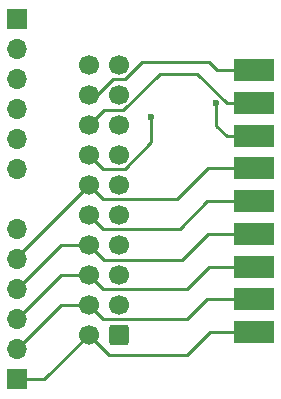
<source format=gbr>
%TF.GenerationSoftware,KiCad,Pcbnew,8.0.5*%
%TF.CreationDate,2024-12-10T05:35:49-08:00*%
%TF.ProjectId,SmartPortAdapter,536d6172-7450-46f7-9274-416461707465,1*%
%TF.SameCoordinates,Original*%
%TF.FileFunction,Copper,L2,Bot*%
%TF.FilePolarity,Positive*%
%FSLAX46Y46*%
G04 Gerber Fmt 4.6, Leading zero omitted, Abs format (unit mm)*
G04 Created by KiCad (PCBNEW 8.0.5) date 2024-12-10 05:35:49*
%MOMM*%
%LPD*%
G01*
G04 APERTURE LIST*
G04 Aperture macros list*
%AMRoundRect*
0 Rectangle with rounded corners*
0 $1 Rounding radius*
0 $2 $3 $4 $5 $6 $7 $8 $9 X,Y pos of 4 corners*
0 Add a 4 corners polygon primitive as box body*
4,1,4,$2,$3,$4,$5,$6,$7,$8,$9,$2,$3,0*
0 Add four circle primitives for the rounded corners*
1,1,$1+$1,$2,$3*
1,1,$1+$1,$4,$5*
1,1,$1+$1,$6,$7*
1,1,$1+$1,$8,$9*
0 Add four rect primitives between the rounded corners*
20,1,$1+$1,$2,$3,$4,$5,0*
20,1,$1+$1,$4,$5,$6,$7,0*
20,1,$1+$1,$6,$7,$8,$9,0*
20,1,$1+$1,$8,$9,$2,$3,0*%
G04 Aperture macros list end*
%TA.AperFunction,ComponentPad*%
%ADD10RoundRect,0.250000X0.600000X0.600000X-0.600000X0.600000X-0.600000X-0.600000X0.600000X-0.600000X0*%
%TD*%
%TA.AperFunction,ComponentPad*%
%ADD11C,1.700000*%
%TD*%
%TA.AperFunction,ComponentPad*%
%ADD12R,1.700000X1.700000*%
%TD*%
%TA.AperFunction,ComponentPad*%
%ADD13O,1.700000X1.700000*%
%TD*%
%TA.AperFunction,SMDPad,CuDef*%
%ADD14R,3.480000X1.846667*%
%TD*%
%TA.AperFunction,ViaPad*%
%ADD15C,0.600000*%
%TD*%
%TA.AperFunction,Conductor*%
%ADD16C,0.250000*%
%TD*%
G04 APERTURE END LIST*
D10*
%TO.P,J1,1,Pin_1*%
%TO.N,GND*%
X155250000Y-108225000D03*
D11*
%TO.P,J1,2,Pin_2*%
%TO.N,STEP0*%
X152710000Y-108225000D03*
%TO.P,J1,3,Pin_3*%
%TO.N,GND*%
X155250000Y-105685000D03*
%TO.P,J1,4,Pin_4*%
%TO.N,STEP1*%
X152710000Y-105685000D03*
%TO.P,J1,5,Pin_5*%
%TO.N,GND*%
X155250000Y-103145000D03*
%TO.P,J1,6,Pin_6*%
%TO.N,STEP2*%
X152710000Y-103145000D03*
%TO.P,J1,7,Pin_7*%
%TO.N,GND4*%
X155250000Y-100605000D03*
%TO.P,J1,8,Pin_8*%
%TO.N,STEP3*%
X152710000Y-100605000D03*
%TO.P,J1,9,Pin_9*%
%TO.N,-12V_D*%
X155250000Y-98065000D03*
%TO.P,J1,10,Pin_10*%
%TO.N,WR_REQ*%
X152710000Y-98065000D03*
%TO.P,J1,11,Pin_11*%
%TO.N,VCC_D*%
X155250000Y-95525000D03*
%TO.P,J1,12,Pin_12*%
%TO.N,SEL*%
X152710000Y-95525000D03*
%TO.P,J1,13,Pin_13*%
%TO.N,+12V_D*%
X155250000Y-92985000D03*
%TO.P,J1,14,Pin_14*%
%TO.N,DEVICE_ENABLE_D*%
X152710000Y-92985000D03*
%TO.P,J1,15,Pin_15*%
%TO.N,+12V_D*%
X155250000Y-90445000D03*
%TO.P,J1,16,Pin_16*%
%TO.N,RD_DATA*%
X152710000Y-90445000D03*
%TO.P,J1,17,Pin_17*%
%TO.N,+12V_D*%
X155250000Y-87905000D03*
%TO.P,J1,18,Pin_18*%
%TO.N,WR_DATA*%
X152710000Y-87905000D03*
%TO.P,J1,19,Pin_19*%
%TO.N,+12V_D*%
X155250000Y-85365000D03*
%TO.P,J1,20,Pin_20*%
%TO.N,WR_PROTECT*%
X152710000Y-85365000D03*
%TD*%
D12*
%TO.P,J3,1,Pin_1*%
%TO.N,STEP0*%
X146600000Y-112000000D03*
D13*
%TO.P,J3,2,Pin_2*%
%TO.N,STEP1*%
X146600000Y-109460000D03*
%TO.P,J3,3,Pin_3*%
%TO.N,STEP2*%
X146600000Y-106920000D03*
%TO.P,J3,4,Pin_4*%
%TO.N,STEP3*%
X146600000Y-104380000D03*
%TO.P,J3,5,Pin_5*%
%TO.N,SEL*%
X146600000Y-101840000D03*
%TO.P,J3,6,Pin_6*%
%TO.N,GND*%
X146600000Y-99300000D03*
%TD*%
D12*
%TO.P,J2,1,Pin_1*%
%TO.N,WR_PROTECT*%
X146600000Y-81500000D03*
D13*
%TO.P,J2,2,Pin_2*%
%TO.N,WR_DATA*%
X146600000Y-84040000D03*
%TO.P,J2,3,Pin_3*%
%TO.N,RD_DATA*%
X146600000Y-86580000D03*
%TO.P,J2,4,Pin_4*%
%TO.N,DEVICE_ENABLE_D*%
X146600000Y-89120000D03*
%TO.P,J2,5,Pin_5*%
%TO.N,WR_REQ*%
X146600000Y-91660000D03*
%TO.P,J2,6,Pin_6*%
%TO.N,GND*%
X146600000Y-94200000D03*
%TD*%
D14*
%TO.P,U1,11,P11*%
%TO.N,STEP0*%
X166700000Y-107980000D03*
%TO.P,U1,12,P12*%
%TO.N,STEP1*%
X166700000Y-105210000D03*
%TO.P,U1,13,P13*%
%TO.N,STEP2*%
X166700000Y-102440000D03*
%TO.P,U1,14,P14*%
%TO.N,STEP3*%
X166700000Y-99670000D03*
%TO.P,U1,15,P15*%
%TO.N,WR_REQ*%
X166700000Y-96900000D03*
%TO.P,U1,16,P16*%
%TO.N,SEL*%
X166700000Y-94130000D03*
%TO.P,U1,17,P17*%
%TO.N,DEVICE_ENABLE*%
X166700000Y-91360000D03*
%TO.P,U1,18,P18*%
%TO.N,RD_DATA*%
X166700000Y-88590000D03*
%TO.P,U1,19,P19*%
%TO.N,WR_DATA*%
X166700000Y-85820000D03*
%TD*%
D15*
%TO.N,DEVICE_ENABLE*%
X163500000Y-88600000D03*
%TO.N,DEVICE_ENABLE_D*%
X158000000Y-89800000D03*
%TD*%
D16*
%TO.N,WR_REQ*%
X162750000Y-96900000D02*
X166700000Y-96900000D01*
X160410000Y-99240000D02*
X162750000Y-96900000D01*
X153885000Y-99240000D02*
X160410000Y-99240000D01*
X152710000Y-98065000D02*
X153885000Y-99240000D01*
%TO.N,DEVICE_ENABLE*%
X163500000Y-90500000D02*
X163500000Y-88600000D01*
X166700000Y-91360000D02*
X164360000Y-91360000D01*
X166250000Y-91810000D02*
X166700000Y-91360000D01*
X164360000Y-91360000D02*
X163500000Y-90500000D01*
%TO.N,RD_DATA*%
X152710000Y-90445000D02*
X153955000Y-89200000D01*
X158716701Y-86100000D02*
X161900000Y-86100000D01*
X161900000Y-86100000D02*
X164390000Y-88590000D01*
X155616701Y-89200000D02*
X158716701Y-86100000D01*
X153955000Y-89200000D02*
X155616701Y-89200000D01*
X164390000Y-88590000D02*
X166700000Y-88590000D01*
%TO.N,WR_DATA*%
X154760000Y-86540000D02*
X155736701Y-86540000D01*
X152710000Y-87905000D02*
X153395000Y-87905000D01*
X157176701Y-85100000D02*
X162860000Y-85100000D01*
X155736701Y-86540000D02*
X157176701Y-85100000D01*
X153395000Y-87905000D02*
X154760000Y-86540000D01*
X163580000Y-85820000D02*
X166700000Y-85820000D01*
X162860000Y-85100000D02*
X163580000Y-85820000D01*
%TO.N,STEP1*%
X150375000Y-105685000D02*
X146600000Y-109460000D01*
X153885000Y-106860000D02*
X161040000Y-106860000D01*
X152710000Y-105685000D02*
X153885000Y-106860000D01*
X162690000Y-105210000D02*
X166700000Y-105210000D01*
X152710000Y-105685000D02*
X150375000Y-105685000D01*
X161040000Y-106860000D02*
X162690000Y-105210000D01*
%TO.N,SEL*%
X162770000Y-94130000D02*
X166700000Y-94130000D01*
X160200000Y-96700000D02*
X162770000Y-94130000D01*
X146600000Y-101635000D02*
X146600000Y-101840000D01*
X152710000Y-95525000D02*
X153885000Y-96700000D01*
X152710000Y-95525000D02*
X146600000Y-101635000D01*
X153885000Y-96700000D02*
X160200000Y-96700000D01*
%TO.N,STEP0*%
X148935000Y-112000000D02*
X146600000Y-112000000D01*
X162920000Y-107980000D02*
X166700000Y-107980000D01*
X161000000Y-109900000D02*
X162920000Y-107980000D01*
X152710000Y-108225000D02*
X154385000Y-109900000D01*
X154385000Y-109900000D02*
X161000000Y-109900000D01*
X152710000Y-108225000D02*
X148935000Y-112000000D01*
%TO.N,STEP3*%
X154005000Y-101900000D02*
X160600000Y-101900000D01*
X152710000Y-100605000D02*
X150375000Y-100605000D01*
X152710000Y-100605000D02*
X154005000Y-101900000D01*
X150375000Y-100605000D02*
X146600000Y-104380000D01*
X162830000Y-99670000D02*
X166700000Y-99670000D01*
X160600000Y-101900000D02*
X162830000Y-99670000D01*
%TO.N,STEP2*%
X150375000Y-103145000D02*
X146600000Y-106920000D01*
X162860000Y-102440000D02*
X166700000Y-102440000D01*
X153885000Y-104320000D02*
X160980000Y-104320000D01*
X160980000Y-104320000D02*
X162860000Y-102440000D01*
X152710000Y-103145000D02*
X150375000Y-103145000D01*
X152710000Y-103145000D02*
X153885000Y-104320000D01*
%TO.N,DEVICE_ENABLE_D*%
X153885000Y-94160000D02*
X152710000Y-92985000D01*
X158000000Y-89800000D02*
X158000000Y-91896701D01*
X155736701Y-94160000D02*
X153885000Y-94160000D01*
X158000000Y-91896701D02*
X155736701Y-94160000D01*
%TD*%
M02*

</source>
